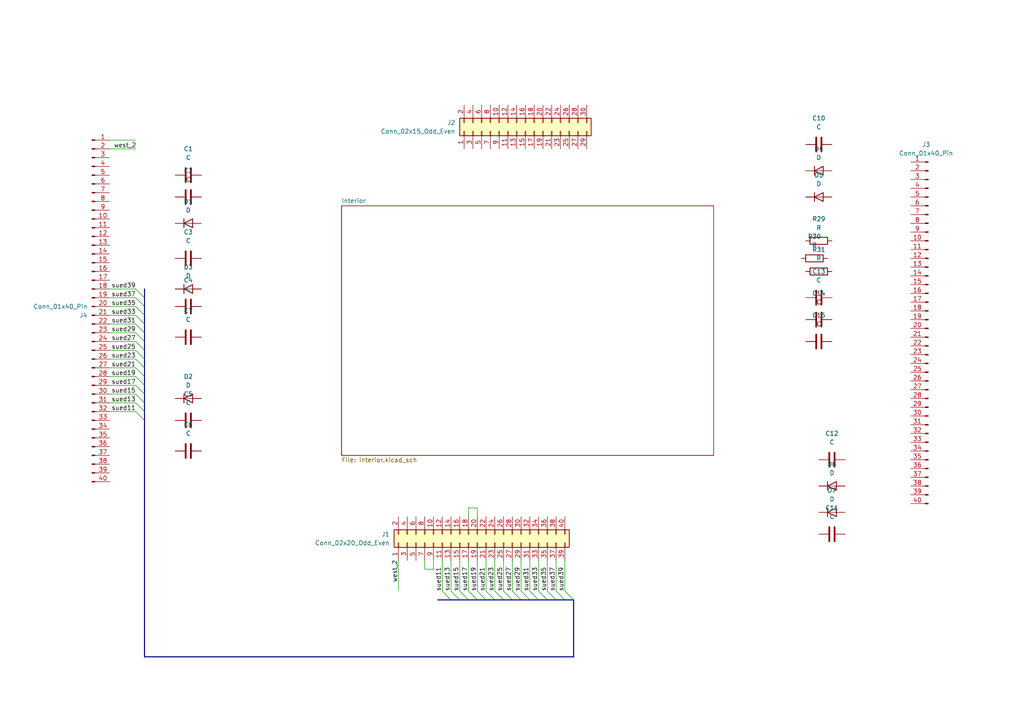
<source format=kicad_sch>
(kicad_sch (version 20230121) (generator eeschema)
  (paper "A4")
  (lib_symbols
    (symbol "Connector:Conn_01x40_Pin" (pin_names (offset 1.016) hide)
      (property "Reference" "J" (at 0 50.8 0))
      (property "Value" "Conn_01x40_Pin" (at 0 -53.34 0))
      (symbol "Conn_01x40_Pin_1_1"
        (polyline (pts (xy 1.27 -50.8) (xy 0.8636 -50.8)) (stroke (width 0.1524)))
        (polyline (pts (xy 1.27 -48.26) (xy 0.8636 -48.26)) (stroke (width 0.1524)))
        (polyline (pts (xy 1.27 -45.72) (xy 0.8636 -45.72)) (stroke (width 0.1524)))
        (polyline (pts (xy 1.27 -43.18) (xy 0.8636 -43.18)) (stroke (width 0.1524)))
        (polyline (pts (xy 1.27 -40.64) (xy 0.8636 -40.64)) (stroke (width 0.1524)))
        (polyline (pts (xy 1.27 -38.1) (xy 0.8636 -38.1)) (stroke (width 0.1524)))
        (polyline (pts (xy 1.27 -35.56) (xy 0.8636 -35.56)) (stroke (width 0.1524)))
        (polyline (pts (xy 1.27 -33.02) (xy 0.8636 -33.02)) (stroke (width 0.1524)))
        (polyline (pts (xy 1.27 -30.48) (xy 0.8636 -30.48)) (stroke (width 0.1524)))
        (polyline (pts (xy 1.27 -27.94) (xy 0.8636 -27.94)) (stroke (width 0.1524)))
        (polyline (pts (xy 1.27 -25.4) (xy 0.8636 -25.4)) (stroke (width 0.1524)))
        (polyline (pts (xy 1.27 -22.86) (xy 0.8636 -22.86)) (stroke (width 0.1524)))
        (polyline (pts (xy 1.27 -20.32) (xy 0.8636 -20.32)) (stroke (width 0.1524)))
        (polyline (pts (xy 1.27 -17.78) (xy 0.8636 -17.78)) (stroke (width 0.1524)))
        (polyline (pts (xy 1.27 -15.24) (xy 0.8636 -15.24)) (stroke (width 0.1524)))
        (polyline (pts (xy 1.27 -12.7) (xy 0.8636 -12.7)) (stroke (width 0.1524)))
        (polyline (pts (xy 1.27 -10.16) (xy 0.8636 -10.16)) (stroke (width 0.1524)))
        (polyline (pts (xy 1.27 -7.62) (xy 0.8636 -7.62)) (stroke (width 0.1524)))
        (polyline (pts (xy 1.27 -5.08) (xy 0.8636 -5.08)) (stroke (width 0.1524)))
        (polyline (pts (xy 1.27 -2.54) (xy 0.8636 -2.54)) (stroke (width 0.1524)))
        (polyline (pts (xy 1.27 0) (xy 0.8636 0)) (stroke (width 0.1524)))
        (polyline (pts (xy 1.27 2.54) (xy 0.8636 2.54)) (stroke (width 0.1524)))
        (polyline (pts (xy 1.27 5.08) (xy 0.8636 5.08)) (stroke (width 0.1524)))
        (polyline (pts (xy 1.27 7.62) (xy 0.8636 7.62)) (stroke (width 0.1524)))
        (polyline (pts (xy 1.27 10.16) (xy 0.8636 10.16)) (stroke (width 0.1524)))
        (polyline (pts (xy 1.27 12.7) (xy 0.8636 12.7)) (stroke (width 0.1524)))
        (polyline (pts (xy 1.27 15.24) (xy 0.8636 15.24)) (stroke (width 0.1524)))
        (polyline (pts (xy 1.27 17.78) (xy 0.8636 17.78)) (stroke (width 0.1524)))
        (polyline (pts (xy 1.27 20.32) (xy 0.8636 20.32)) (stroke (width 0.1524)))
        (polyline (pts (xy 1.27 22.86) (xy 0.8636 22.86)) (stroke (width 0.1524)))
        (polyline (pts (xy 1.27 25.4) (xy 0.8636 25.4)) (stroke (width 0.1524)))
        (polyline (pts (xy 1.27 27.94) (xy 0.8636 27.94)) (stroke (width 0.1524)))
        (polyline (pts (xy 1.27 30.48) (xy 0.8636 30.48)) (stroke (width 0.1524)))
        (polyline (pts (xy 1.27 33.02) (xy 0.8636 33.02)) (stroke (width 0.1524)))
        (polyline (pts (xy 1.27 35.56) (xy 0.8636 35.56)) (stroke (width 0.1524)))
        (polyline (pts (xy 1.27 38.1) (xy 0.8636 38.1)) (stroke (width 0.1524)))
        (polyline (pts (xy 1.27 40.64) (xy 0.8636 40.64)) (stroke (width 0.1524)))
        (polyline (pts (xy 1.27 43.18) (xy 0.8636 43.18)) (stroke (width 0.1524)))
        (polyline (pts (xy 1.27 45.72) (xy 0.8636 45.72)) (stroke (width 0.1524)))
        (polyline (pts (xy 1.27 48.26) (xy 0.8636 48.26)) (stroke (width 0.1524)))
        (rectangle (start 0.8636 -50.673) (end 0 -50.927) (stroke (width 0.1524)) (fill (type outline)))
        (rectangle (start 0.8636 -48.133) (end 0 -48.387) (stroke (width 0.1524)) (fill (type outline)))
        (rectangle (start 0.8636 -45.593) (end 0 -45.847) (stroke (width 0.1524)) (fill (type outline)))
        (rectangle (start 0.8636 -43.053) (end 0 -43.307) (stroke (width 0.1524)) (fill (type outline)))
        (rectangle (start 0.8636 -40.513) (end 0 -40.767) (stroke (width 0.1524)) (fill (type outline)))
        (rectangle (start 0.8636 -37.973) (end 0 -38.227) (stroke (width 0.1524)) (fill (type outline)))
        (rectangle (start 0.8636 -35.433) (end 0 -35.687) (stroke (width 0.1524)) (fill (type outline)))
        (rectangle (start 0.8636 -32.893) (end 0 -33.147) (stroke (width 0.1524)) (fill (type outline)))
        (rectangle (start 0.8636 -30.353) (end 0 -30.607) (stroke (width 0.1524)) (fill (type outline)))
        (rectangle (start 0.8636 -27.813) (end 0 -28.067) (stroke (width 0.1524)) (fill (type outline)))
        (rectangle (start 0.8636 -25.273) (end 0 -25.527) (stroke (width 0.1524)) (fill (type outline)))
        (rectangle (start 0.8636 -22.733) (end 0 -22.987) (stroke (width 0.1524)) (fill (type outline)))
        (rectangle (start 0.8636 -20.193) (end 0 -20.447) (stroke (width 0.1524)) (fill (type outline)))
        (rectangle (start 0.8636 -17.653) (end 0 -17.907) (stroke (width 0.1524)) (fill (type outline)))
        (rectangle (start 0.8636 -15.113) (end 0 -15.367) (stroke (width 0.1524)) (fill (type outline)))
        (rectangle (start 0.8636 -12.573) (end 0 -12.827) (stroke (width 0.1524)) (fill (type outline)))
        (rectangle (start 0.8636 -10.033) (end 0 -10.287) (stroke (width 0.1524)) (fill (type outline)))
        (rectangle (start 0.8636 -7.493) (end 0 -7.747) (stroke (width 0.1524)) (fill (type outline)))
        (rectangle (start 0.8636 -4.953) (end 0 -5.207) (stroke (width 0.1524)) (fill (type outline)))
        (rectangle (start 0.8636 -2.413) (end 0 -2.667) (stroke (width 0.1524)) (fill (type outline)))
        (rectangle (start 0.8636 0.127) (end 0 -0.127) (stroke (width 0.1524)) (fill (type outline)))
        (rectangle (start 0.8636 2.667) (end 0 2.413) (stroke (width 0.1524)) (fill (type outline)))
        (rectangle (start 0.8636 5.207) (end 0 4.953) (stroke (width 0.1524)) (fill (type outline)))
        (rectangle (start 0.8636 7.747) (end 0 7.493) (stroke (width 0.1524)) (fill (type outline)))
        (rectangle (start 0.8636 10.287) (end 0 10.033) (stroke (width 0.1524)) (fill (type outline)))
        (rectangle (start 0.8636 12.827) (end 0 12.573) (stroke (width 0.1524)) (fill (type outline)))
        (rectangle (start 0.8636 15.367) (end 0 15.113) (stroke (width 0.1524)) (fill (type outline)))
        (rectangle (start 0.8636 17.907) (end 0 17.653) (stroke (width 0.1524)) (fill (type outline)))
        (rectangle (start 0.8636 20.447) (end 0 20.193) (stroke (width 0.1524)) (fill (type outline)))
        (rectangle (start 0.8636 22.987) (end 0 22.733) (stroke (width 0.1524)) (fill (type outline)))
        (rectangle (start 0.8636 25.527) (end 0 25.273) (stroke (width 0.1524)) (fill (type outline)))
        (rectangle (start 0.8636 28.067) (end 0 27.813) (stroke (width 0.1524)) (fill (type outline)))
        (rectangle (start 0.8636 30.607) (end 0 30.353) (stroke (width 0.1524)) (fill (type outline)))
        (rectangle (start 0.8636 33.147) (end 0 32.893) (stroke (width 0.1524)) (fill (type outline)))
        (rectangle (start 0.8636 35.687) (end 0 35.433) (stroke (width 0.1524)) (fill (type outline)))
        (rectangle (start 0.8636 38.227) (end 0 37.973) (stroke (width 0.1524)) (fill (type outline)))
        (rectangle (start 0.8636 40.767) (end 0 40.513) (stroke (width 0.1524)) (fill (type outline)))
        (rectangle (start 0.8636 43.307) (end 0 43.053) (stroke (width 0.1524)) (fill (type outline)))
        (rectangle (start 0.8636 45.847) (end 0 45.593) (stroke (width 0.1524)) (fill (type outline)))
        (rectangle (start 0.8636 48.387) (end 0 48.133) (stroke (width 0.1524)) (fill (type outline)))
        (pin passive line (at 5.08 48.26 180) (length 3.81) (name "Pin_1") (number "1"))
        (pin passive line (at 5.08 25.4 180) (length 3.81) (name "Pin_10") (number "10"))
        (pin passive line (at 5.08 22.86 180) (length 3.81) (name "Pin_11") (number "11"))
        (pin passive line (at 5.08 20.32 180) (length 3.81) (name "Pin_12") (number "12"))
        (pin passive line (at 5.08 17.78 180) (length 3.81) (name "Pin_13") (number "13"))
        (pin passive line (at 5.08 15.24 180) (length 3.81) (name "Pin_14") (number "14"))
        (pin passive line (at 5.08 12.7 180) (length 3.81) (name "Pin_15") (number "15"))
        (pin passive line (at 5.08 10.16 180) (length 3.81) (name "Pin_16") (number "16"))
        (pin passive line (at 5.08 7.62 180) (length 3.81) (name "Pin_17") (number "17"))
        (pin passive line (at 5.08 5.08 180) (length 3.81) (name "Pin_18") (number "18"))
        (pin passive line (at 5.08 2.54 180) (length 3.81) (name "Pin_19") (number "19"))
        (pin passive line (at 5.08 45.72 180) (length 3.81) (name "Pin_2") (number "2"))
        (pin passive line (at 5.08 0 180) (length 3.81) (name "Pin_20") (number "20"))
        (pin passive line (at 5.08 -2.54 180) (length 3.81) (name "Pin_21") (number "21"))
        (pin passive line (at 5.08 -5.08 180) (length 3.81) (name "Pin_22") (number "22"))
        (pin passive line (at 5.08 -7.62 180) (length 3.81) (name "Pin_23") (number "23"))
        (pin passive line (at 5.08 -10.16 180) (length 3.81) (name "Pin_24") (number "24"))
        (pin passive line (at 5.08 -12.7 180) (length 3.81) (name "Pin_25") (number "25"))
        (pin passive line (at 5.08 -15.24 180) (length 3.81) (name "Pin_26") (number "26"))
        (pin passive line (at 5.08 -17.78 180) (length 3.81) (name "Pin_27") (number "27"))
        (pin passive line (at 5.08 -20.32 180) (length 3.81) (name "Pin_28") (number "28"))
        (pin passive line (at 5.08 -22.86 180) (length 3.81) (name "Pin_29") (number "29"))
        (pin passive line (at 5.08 43.18 180) (length 3.81) (name "Pin_3") (number "3"))
        (pin passive line (at 5.08 -25.4 180) (length 3.81) (name "Pin_30") (number "30"))
        (pin passive line (at 5.08 -27.94 180) (length 3.81) (name "Pin_31") (number "31"))
        (pin passive line (at 5.08 -30.48 180) (length 3.81) (name "Pin_32") (number "32"))
        (pin passive line (at 5.08 -33.02 180) (length 3.81) (name "Pin_33") (number "33"))
        (pin passive line (at 5.08 -35.56 180) (length 3.81) (name "Pin_34") (number "34"))
        (pin passive line (at 5.08 -38.1 180) (length 3.81) (name "Pin_35") (number "35"))
        (pin passive line (at 5.08 -40.64 180) (length 3.81) (name "Pin_36") (number "36"))
        (pin passive line (at 5.08 -43.18 180) (length 3.81) (name "Pin_37") (number "37"))
        (pin passive line (at 5.08 -45.72 180) (length 3.81) (name "Pin_38") (number "38"))
        (pin passive line (at 5.08 -48.26 180) (length 3.81) (name "Pin_39") (number "39"))
        (pin passive line (at 5.08 40.64 180) (length 3.81) (name "Pin_4") (number "4"))
        (pin passive line (at 5.08 -50.8 180) (length 3.81) (name "Pin_40") (number "40"))
        (pin passive line (at 5.08 38.1 180) (length 3.81) (name "Pin_5") (number "5"))
        (pin passive line (at 5.08 35.56 180) (length 3.81) (name "Pin_6") (number "6"))
        (pin passive line (at 5.08 33.02 180) (length 3.81) (name "Pin_7") (number "7"))
        (pin passive line (at 5.08 30.48 180) (length 3.81) (name "Pin_8") (number "8"))
        (pin passive line (at 5.08 27.94 180) (length 3.81) (name "Pin_9") (number "9"))
      )
    )
    (symbol "Connector_Generic:Conn_02x15_Odd_Even" (pin_names (offset 1.016) hide)
      (property "Reference" "J" (at 1.27 20.32 0))
      (property "Value" "Conn_02x15_Odd_Even" (at 1.27 -20.32 0))
      (symbol "Conn_02x15_Odd_Even_1_1"
        (rectangle (start -1.27 -17.653) (end 0 -17.907) (stroke (width 0.1524)))
        (rectangle (start -1.27 -15.113) (end 0 -15.367) (stroke (width 0.1524)))
        (rectangle (start -1.27 -12.573) (end 0 -12.827) (stroke (width 0.1524)))
        (rectangle (start -1.27 -10.033) (end 0 -10.287) (stroke (width 0.1524)))
        (rectangle (start -1.27 -7.493) (end 0 -7.747) (stroke (width 0.1524)))
        (rectangle (start -1.27 -4.953) (end 0 -5.207) (stroke (width 0.1524)))
        (rectangle (start -1.27 -2.413) (end 0 -2.667) (stroke (width 0.1524)))
        (rectangle (start -1.27 0.127) (end 0 -0.127) (stroke (width 0.1524)))
        (rectangle (start -1.27 2.667) (end 0 2.413) (stroke (width 0.1524)))
        (rectangle (start -1.27 5.207) (end 0 4.953) (stroke (width 0.1524)))
        (rectangle (start -1.27 7.747) (end 0 7.493) (stroke (width 0.1524)))
        (rectangle (start -1.27 10.287) (end 0 10.033) (stroke (width 0.1524)))
        (rectangle (start -1.27 12.827) (end 0 12.573) (stroke (width 0.1524)))
        (rectangle (start -1.27 15.367) (end 0 15.113) (stroke (width 0.1524)))
        (rectangle (start -1.27 17.907) (end 0 17.653) (stroke (width 0.1524)))
        (rectangle (start -1.27 19.05) (end 3.81 -19.05) (stroke (width 0.254)) (fill (type background)))
        (rectangle (start 3.81 -17.653) (end 2.54 -17.907) (stroke (width 0.1524)))
        (rectangle (start 3.81 -15.113) (end 2.54 -15.367) (stroke (width 0.1524)))
        (rectangle (start 3.81 -12.573) (end 2.54 -12.827) (stroke (width 0.1524)))
        (rectangle (start 3.81 -10.033) (end 2.54 -10.287) (stroke (width 0.1524)))
        (rectangle (start 3.81 -7.493) (end 2.54 -7.747) (stroke (width 0.1524)))
        (rectangle (start 3.81 -4.953) (end 2.54 -5.207) (stroke (width 0.1524)))
        (rectangle (start 3.81 -2.413) (end 2.54 -2.667) (stroke (width 0.1524)))
        (rectangle (start 3.81 0.127) (end 2.54 -0.127) (stroke (width 0.1524)))
        (rectangle (start 3.81 2.667) (end 2.54 2.413) (stroke (width 0.1524)))
        (rectangle (start 3.81 5.207) (end 2.54 4.953) (stroke (width 0.1524)))
        (rectangle (start 3.81 7.747) (end 2.54 7.493) (stroke (width 0.1524)))
        (rectangle (start 3.81 10.287) (end 2.54 10.033) (stroke (width 0.1524)))
        (rectangle (start 3.81 12.827) (end 2.54 12.573) (stroke (width 0.1524)))
        (rectangle (start 3.81 15.367) (end 2.54 15.113) (stroke (width 0.1524)))
        (rectangle (start 3.81 17.907) (end 2.54 17.653) (stroke (width 0.1524)))
        (pin passive line (at -5.08 17.78 0) (length 3.81) (name "Pin_1") (number "1"))
        (pin passive line (at 7.62 7.62 180) (length 3.81) (name "Pin_10") (number "10"))
        (pin passive line (at -5.08 5.08 0) (length 3.81) (name "Pin_11") (number "11"))
        (pin passive line (at 7.62 5.08 180) (length 3.81) (name "Pin_12") (number "12"))
        (pin passive line (at -5.08 2.54 0) (length 3.81) (name "Pin_13") (number "13"))
        (pin passive line (at 7.62 2.54 180) (length 3.81) (name "Pin_14") (number "14"))
        (pin passive line (at -5.08 0 0) (length 3.81) (name "Pin_15") (number "15"))
        (pin passive line (at 7.62 0 180) (length 3.81) (name "Pin_16") (number "16"))
        (pin passive line (at -5.08 -2.54 0) (length 3.81) (name "Pin_17") (number "17"))
        (pin passive line (at 7.62 -2.54 180) (length 3.81) (name "Pin_18") (number "18"))
        (pin passive line (at -5.08 -5.08 0) (length 3.81) (name "Pin_19") (number "19"))
        (pin passive line (at 7.62 17.78 180) (length 3.81) (name "Pin_2") (number "2"))
        (pin passive line (at 7.62 -5.08 180) (length 3.81) (name "Pin_20") (number "20"))
        (pin passive line (at -5.08 -7.62 0) (length 3.81) (name "Pin_21") (number "21"))
        (pin passive line (at 7.62 -7.62 180) (length 3.81) (name "Pin_22") (number "22"))
        (pin passive line (at -5.08 -10.16 0) (length 3.81) (name "Pin_23") (number "23"))
        (pin passive line (at 7.62 -10.16 180) (length 3.81) (name "Pin_24") (number "24"))
        (pin passive line (at -5.08 -12.7 0) (length 3.81) (name "Pin_25") (number "25"))
        (pin passive line (at 7.62 -12.7 180) (length 3.81) (name "Pin_26") (number "26"))
        (pin passive line (at -5.08 -15.24 0) (length 3.81) (name "Pin_27") (number "27"))
        (pin passive line (at 7.62 -15.24 180) (length 3.81) (name "Pin_28") (number "28"))
        (pin passive line (at -5.08 -17.78 0) (length 3.81) (name "Pin_29") (number "29"))
        (pin passive line (at -5.08 15.24 0) (length 3.81) (name "Pin_3") (number "3"))
        (pin passive line (at 7.62 -17.78 180) (length 3.81) (name "Pin_30") (number "30"))
        (pin passive line (at 7.62 15.24 180) (length 3.81) (name "Pin_4") (number "4"))
        (pin passive line (at -5.08 12.7 0) (length 3.81) (name "Pin_5") (number "5"))
        (pin passive line (at 7.62 12.7 180) (length 3.81) (name "Pin_6") (number "6"))
        (pin passive line (at -5.08 10.16 0) (length 3.81) (name "Pin_7") (number "7"))
        (pin passive line (at 7.62 10.16 180) (length 3.81) (name "Pin_8") (number "8"))
        (pin passive line (at -5.08 7.62 0) (length 3.81) (name "Pin_9") (number "9"))
      )
    )
    (symbol "Connector_Generic:Conn_02x20_Odd_Even" (pin_names (offset 1.016) hide)
      (property "Reference" "J" (at 1.27 25.4 0))
      (property "Value" "Conn_02x20_Odd_Even" (at 1.27 -27.94 0))
      (symbol "Conn_02x20_Odd_Even_1_1"
        (rectangle (start -1.27 -25.273) (end 0 -25.527) (stroke (width 0.1524)))
        (rectangle (start -1.27 -22.733) (end 0 -22.987) (stroke (width 0.1524)))
        (rectangle (start -1.27 -20.193) (end 0 -20.447) (stroke (width 0.1524)))
        (rectangle (start -1.27 -17.653) (end 0 -17.907) (stroke (width 0.1524)))
        (rectangle (start -1.27 -15.113) (end 0 -15.367) (stroke (width 0.1524)))
        (rectangle (start -1.27 -12.573) (end 0 -12.827) (stroke (width 0.1524)))
        (rectangle (start -1.27 -10.033) (end 0 -10.287) (stroke (width 0.1524)))
        (rectangle (start -1.27 -7.493) (end 0 -7.747) (stroke (width 0.1524)))
        (rectangle (start -1.27 -4.953) (end 0 -5.207) (stroke (width 0.1524)))
        (rectangle (start -1.27 -2.413) (end 0 -2.667) (stroke (width 0.1524)))
        (rectangle (start -1.27 0.127) (end 0 -0.127) (stroke (width 0.1524)))
        (rectangle (start -1.27 2.667) (end 0 2.413) (stroke (width 0.1524)))
        (rectangle (start -1.27 5.207) (end 0 4.953) (stroke (width 0.1524)))
        (rectangle (start -1.27 7.747) (end 0 7.493) (stroke (width 0.1524)))
        (rectangle (start -1.27 10.287) (end 0 10.033) (stroke (width 0.1524)))
        (rectangle (start -1.27 12.827) (end 0 12.573) (stroke (width 0.1524)))
        (rectangle (start -1.27 15.367) (end 0 15.113) (stroke (width 0.1524)))
        (rectangle (start -1.27 17.907) (end 0 17.653) (stroke (width 0.1524)))
        (rectangle (start -1.27 20.447) (end 0 20.193) (stroke (width 0.1524)))
        (rectangle (start -1.27 22.987) (end 0 22.733) (stroke (width 0.1524)))
        (rectangle (start -1.27 24.13) (end 3.81 -26.67) (stroke (width 0.254)) (fill (type background)))
        (rectangle (start 3.81 -25.273) (end 2.54 -25.527) (stroke (width 0.1524)))
        (rectangle (start 3.81 -22.733) (end 2.54 -22.987) (stroke (width 0.1524)))
        (rectangle (start 3.81 -20.193) (end 2.54 -20.447) (stroke (width 0.1524)))
        (rectangle (start 3.81 -17.653) (end 2.54 -17.907) (stroke (width 0.1524)))
        (rectangle (start 3.81 -15.113) (end 2.54 -15.367) (stroke (width 0.1524)))
        (rectangle (start 3.81 -12.573) (end 2.54 -12.827) (stroke (width 0.1524)))
        (rectangle (start 3.81 -10.033) (end 2.54 -10.287) (stroke (width 0.1524)))
        (rectangle (start 3.81 -7.493) (end 2.54 -7.747) (stroke (width 0.1524)))
        (rectangle (start 3.81 -4.953) (end 2.54 -5.207) (stroke (width 0.1524)))
        (rectangle (start 3.81 -2.413) (end 2.54 -2.667) (stroke (width 0.1524)))
        (rectangle (start 3.81 0.127) (end 2.54 -0.127) (stroke (width 0.1524)))
        (rectangle (start 3.81 2.667) (end 2.54 2.413) (stroke (width 0.1524)))
        (rectangle (start 3.81 5.207) (end 2.54 4.953) (stroke (width 0.1524)))
        (rectangle (start 3.81 7.747) (end 2.54 7.493) (stroke (width 0.1524)))
        (rectangle (start 3.81 10.287) (end 2.54 10.033) (stroke (width 0.1524)))
        (rectangle (start 3.81 12.827) (end 2.54 12.573) (stroke (width 0.1524)))
        (rectangle (start 3.81 15.367) (end 2.54 15.113) (stroke (width 0.1524)))
        (rectangle (start 3.81 17.907) (end 2.54 17.653) (stroke (width 0.1524)))
        (rectangle (start 3.81 20.447) (end 2.54 20.193) (stroke (width 0.1524)))
        (rectangle (start 3.81 22.987) (end 2.54 22.733) (stroke (width 0.1524)))
        (pin passive line (at -5.08 22.86 0) (length 3.81) (name "Pin_1") (number "1"))
        (pin passive line (at 7.62 12.7 180) (length 3.81) (name "Pin_10") (number "10"))
        (pin passive line (at -5.08 10.16 0) (length 3.81) (name "Pin_11") (number "11"))
        (pin passive line (at 7.62 10.16 180) (length 3.81) (name "Pin_12") (number "12"))
        (pin passive line (at -5.08 7.62 0) (length 3.81) (name "Pin_13") (number "13"))
        (pin passive line (at 7.62 7.62 180) (length 3.81) (name "Pin_14") (number "14"))
        (pin passive line (at -5.08 5.08 0) (length 3.81) (name "Pin_15") (number "15"))
        (pin passive line (at 7.62 5.08 180) (length 3.81) (name "Pin_16") (number "16"))
        (pin passive line (at -5.08 2.54 0) (length 3.81) (name "Pin_17") (number "17"))
        (pin passive line (at 7.62 2.54 180) (length 3.81) (name "Pin_18") (number "18"))
        (pin passive line (at -5.08 0 0) (length 3.81) (name "Pin_19") (number "19"))
        (pin passive line (at 7.62 22.86 180) (length 3.81) (name "Pin_2") (number "2"))
        (pin passive line (at 7.62 0 180) (length 3.81) (name "Pin_20") (number "20"))
        (pin passive line (at -5.08 -2.54 0) (length 3.81) (name "Pin_21") (number "21"))
        (pin passive line (at 7.62 -2.54 180) (length 3.81) (name "Pin_22") (number "22"))
        (pin passive line (at -5.08 -5.08 0) (length 3.81) (name "Pin_23") (number "23"))
        (pin passive line (at 7.62 -5.08 180) (length 3.81) (name "Pin_24") (number "24"))
        (pin passive line (at -5.08 -7.62 0) (length 3.81) (name "Pin_25") (number "25"))
        (pin passive line (at 7.62 -7.62 180) (length 3.81) (name "Pin_26") (number "26"))
        (pin passive line (at -5.08 -10.16 0) (length 3.81) (name "Pin_27") (number "27"))
        (pin passive line (at 7.62 -10.16 180) (length 3.81) (name "Pin_28") (number "28"))
        (pin passive line (at -5.08 -12.7 0) (length 3.81) (name "Pin_29") (number "29"))
        (pin passive line (at -5.08 20.32 0) (length 3.81) (name "Pin_3") (number "3"))
        (pin passive line (at 7.62 -12.7 180) (length 3.81) (name "Pin_30") (number "30"))
        (pin passive line (at -5.08 -15.24 0) (length 3.81) (name "Pin_31") (number "31"))
        (pin passive line (at 7.62 -15.24 180) (length 3.81) (name "Pin_32") (number "32"))
        (pin passive line (at -5.08 -17.78 0) (length 3.81) (name "Pin_33") (number "33"))
        (pin passive line (at 7.62 -17.78 180) (length 3.81) (name "Pin_34") (number "34"))
        (pin passive line (at -5.08 -20.32 0) (length 3.81) (name "Pin_35") (number "35"))
        (pin passive line (at 7.62 -20.32 180) (length 3.81) (name "Pin_36") (number "36"))
        (pin passive line (at -5.08 -22.86 0) (length 3.81) (name "Pin_37") (number "37"))
        (pin passive line (at 7.62 -22.86 180) (length 3.81) (name "Pin_38") (number "38"))
        (pin passive line (at -5.08 -25.4 0) (length 3.81) (name "Pin_39") (number "39"))
        (pin passive line (at 7.62 20.32 180) (length 3.81) (name "Pin_4") (number "4"))
        (pin passive line (at 7.62 -25.4 180) (length 3.81) (name "Pin_40") (number "40"))
        (pin passive line (at -5.08 17.78 0) (length 3.81) (name "Pin_5") (number "5"))
        (pin passive line (at 7.62 17.78 180) (length 3.81) (name "Pin_6") (number "6"))
        (pin passive line (at -5.08 15.24 0) (length 3.81) (name "Pin_7") (number "7"))
        (pin passive line (at 7.62 15.24 180) (length 3.81) (name "Pin_8") (number "8"))
        (pin passive line (at -5.08 12.7 0) (length 3.81) (name "Pin_9") (number "9"))
      )
    )
    (symbol "Device:C" (pin_numbers hide) (pin_names (offset 0.254))
      (property "Reference" "C" (at 0.635 2.54 0))
      (property "Value" "C" (at 0.635 -2.54 0))
      (symbol "C_0_1"
        (polyline (pts (xy -2.032 -0.762) (xy 2.032 -0.762)) (stroke (width 0.508)))
        (polyline (pts (xy -2.032 0.762) (xy 2.032 0.762)) (stroke (width 0.508)))
      )
      (symbol "C_1_1"
        (pin passive line (at 0 3.81 270) (length 2.794) (name "~") (number "1"))
        (pin passive line (at 0 -3.81 90) (length 2.794) (name "~") (number "2"))
      )
    )
    (symbol "Device:D" (pin_numbers hide) (pin_names (offset 1.016) hide)
      (property "Reference" "D" (at 0 2.54 0))
      (property "Value" "D" (at 0 -2.54 0))
      (symbol "D_0_1"
        (polyline (pts (xy -1.27 1.27) (xy -1.27 -1.27)) (stroke (width 0.254)))
        (polyline (pts (xy 1.27 0) (xy -1.27 0)))
        (polyline (pts (xy 1.27 1.27) (xy 1.27 -1.27) (xy -1.27 0) (xy 1.27 1.27)) (stroke (width 0.254)))
      )
      (symbol "D_1_1"
        (pin passive line (at -3.81 0 0) (length 2.54) (name "K") (number "1"))
        (pin passive line (at 3.81 0 180) (length 2.54) (name "A") (number "2"))
      )
    )
    (symbol "Device:R" (pin_numbers hide) (pin_names (offset 0))
      (property "Reference" "R" (at 2.032 0 90))
      (property "Value" "R" (at 0 0 90))
      (symbol "R_0_1"
        (rectangle (start -1.016 -2.54) (end 1.016 2.54) (stroke (width 0.254)))
      )
      (symbol "R_1_1"
        (pin passive line (at 0 3.81 270) (length 1.27) (name "~") (number "1"))
        (pin passive line (at 0 -3.81 90) (length 1.27) (name "~") (number "2"))
      )
    )
  )
  (bus_entry (at 133.35 171.45) (size 2.54 2.54))
  (bus_entry (at 128.27 171.45) (size 2.54 2.54))
  (bus_entry (at 39.37 106.68) (size 2.54 2.54))
  (bus_entry (at 39.37 86.36) (size 2.54 2.54))
  (bus_entry (at 158.75 171.45) (size 2.54 2.54))
  (bus_entry (at 138.43 171.45) (size 2.54 2.54))
  (bus_entry (at 39.37 99.06) (size 2.54 2.54))
  (bus_entry (at 39.37 83.82) (size 2.54 2.54))
  (bus_entry (at 39.37 91.44) (size 2.54 2.54))
  (bus_entry (at 140.97 171.45) (size 2.54 2.54))
  (bus_entry (at 39.37 109.22) (size 2.54 2.54))
  (bus_entry (at 39.37 119.38) (size 2.54 2.54))
  (bus_entry (at 151.13 171.45) (size 2.54 2.54))
  (bus_entry (at 39.37 111.76) (size 2.54 2.54))
  (bus_entry (at 135.89 171.45) (size 2.54 2.54))
  (bus_entry (at 39.37 88.9) (size 2.54 2.54))
  (bus_entry (at 39.37 116.84) (size 2.54 2.54))
  (bus_entry (at 39.37 96.52) (size 2.54 2.54))
  (bus_entry (at 143.51 171.45) (size 2.54 2.54))
  (bus_entry (at 130.81 171.45) (size 2.54 2.54))
  (bus_entry (at 39.37 104.14) (size 2.54 2.54))
  (bus_entry (at 148.59 171.45) (size 2.54 2.54))
  (bus_entry (at 161.29 171.45) (size 2.54 2.54))
  (bus_entry (at 153.67 171.45) (size 2.54 2.54))
  (bus_entry (at 163.83 171.45) (size 2.54 2.54))
  (bus_entry (at 146.05 171.45) (size 2.54 2.54))
  (bus_entry (at 39.37 114.3) (size 2.54 2.54))
  (bus_entry (at 39.37 93.98) (size 2.54 2.54))
  (bus_entry (at 156.21 171.45) (size 2.54 2.54))
  (bus_entry (at 39.37 101.6) (size 2.54 2.54))
  (wire (pts (xy 31.75 99.06) (xy 39.37 99.06)))
  (wire (pts (xy 31.75 111.76) (xy 39.37 111.76)))
  (wire (pts (xy 31.75 93.98) (xy 39.37 93.98)))
  (wire (pts (xy 31.75 91.44) (xy 39.37 91.44)))
  (bus (pts (xy 158.75 173.99) (xy 161.29 173.99)))
  (bus (pts (xy 41.91 106.68) (xy 41.91 109.22)))
  (bus (pts (xy 135.89 173.99) (xy 138.43 173.99)))
  (wire (pts (xy 156.21 162.56) (xy 156.21 171.45)))
  (wire (pts (xy 146.05 162.56) (xy 146.05 171.45)))
  (bus (pts (xy 41.91 114.3) (xy 41.91 116.84)))
  (wire (pts (xy 138.43 147.32) (xy 138.43 149.86)))
  (bus (pts (xy 143.51 173.99) (xy 146.05 173.99)))
  (wire (pts (xy 158.75 162.56) (xy 158.75 171.45)))
  (wire (pts (xy 31.75 106.68) (xy 39.37 106.68)))
  (wire (pts (xy 135.89 149.86) (xy 135.89 147.32)))
  (wire (pts (xy 135.89 147.32) (xy 138.43 147.32)))
  (wire (pts (xy 31.75 114.3) (xy 39.37 114.3)))
  (wire (pts (xy 133.35 162.56) (xy 133.35 171.45)))
  (bus (pts (xy 138.43 173.99) (xy 140.97 173.99)))
  (wire (pts (xy 163.83 162.56) (xy 163.83 171.45)))
  (wire (pts (xy 148.59 162.56) (xy 148.59 171.45)))
  (bus (pts (xy 41.91 111.76) (xy 41.91 114.3)))
  (bus (pts (xy 161.29 173.99) (xy 163.83 173.99)))
  (bus (pts (xy 41.91 99.06) (xy 41.91 101.6)))
  (bus (pts (xy 41.91 104.14) (xy 41.91 106.68)))
  (wire (pts (xy 151.13 162.56) (xy 151.13 171.45)))
  (wire (pts (xy 31.75 104.14) (xy 39.37 104.14)))
  (bus (pts (xy 140.97 173.99) (xy 143.51 173.99)))
  (bus (pts (xy 163.83 173.99) (xy 166.37 173.99)))
  (bus (pts (xy 151.13 173.99) (xy 153.67 173.99)))
  (wire (pts (xy 31.75 40.64) (xy 39.37 40.64)))
  (bus (pts (xy 41.91 109.22) (xy 41.91 111.76)))
  (wire (pts (xy 31.75 96.52) (xy 39.37 96.52)))
  (wire (pts (xy 31.75 109.22) (xy 39.37 109.22)))
  (wire (pts (xy 161.29 162.56) (xy 161.29 171.45)))
  (bus (pts (xy 41.91 101.6) (xy 41.91 104.14)))
  (wire (pts (xy 135.89 171.45) (xy 135.89 162.56)))
  (bus (pts (xy 41.91 83.82) (xy 41.91 86.36)))
  (wire (pts (xy 31.75 101.6) (xy 39.37 101.6)))
  (wire (pts (xy 153.67 162.56) (xy 153.67 171.45)))
  (wire (pts (xy 31.75 116.84) (xy 39.37 116.84)))
  (bus (pts (xy 41.91 121.92) (xy 41.91 190.5)))
  (wire (pts (xy 31.75 119.38) (xy 39.37 119.38)))
  (wire (pts (xy 140.97 162.56) (xy 140.97 171.45)))
  (bus (pts (xy 41.91 86.36) (xy 41.91 88.9)))
  (wire (pts (xy 143.51 162.56) (xy 143.51 171.45)))
  (bus (pts (xy 153.67 173.99) (xy 156.21 173.99)))
  (bus (pts (xy 41.91 119.38) (xy 41.91 121.92)))
  (wire (pts (xy 115.57 162.56) (xy 115.57 171.45)))
  (bus (pts (xy 148.59 173.99) (xy 151.13 173.99)))
  (wire (pts (xy 31.75 83.82) (xy 39.37 83.82)))
  (wire (pts (xy 138.43 162.56) (xy 138.43 171.45)))
  (wire (pts (xy 130.81 162.56) (xy 130.81 171.45)))
  (bus (pts (xy 41.91 96.52) (xy 41.91 99.06)))
  (wire (pts (xy 123.19 162.56) (xy 123.19 165.1)))
  (wire (pts (xy 128.27 171.45) (xy 128.27 162.56)))
  (bus (pts (xy 41.91 88.9) (xy 41.91 91.44)))
  (bus (pts (xy 133.35 173.99) (xy 135.89 173.99)))
  (wire (pts (xy 31.75 86.36) (xy 39.37 86.36)))
  (bus (pts (xy 156.21 173.99) (xy 158.75 173.99)))
  (wire (pts (xy 125.73 165.1) (xy 125.73 162.56)))
  (bus (pts (xy 130.81 173.99) (xy 133.35 173.99)))
  (wire (pts (xy 31.75 88.9) (xy 39.37 88.9)))
  (bus (pts (xy 41.91 91.44) (xy 41.91 93.98)))
  (bus (pts (xy 127 173.99) (xy 130.81 173.99)))
  (bus (pts (xy 146.05 173.99) (xy 148.59 173.99)))
  (bus (pts (xy 166.37 190.5) (xy 166.37 173.99)))
  (bus (pts (xy 41.91 190.5) (xy 166.37 190.5)))
  (bus (pts (xy 41.91 93.98) (xy 41.91 96.52)))
  (wire (pts (xy 31.75 43.18) (xy 39.37 43.18)))
  (wire (pts (xy 123.19 165.1) (xy 125.73 165.1)))
  (bus (pts (xy 41.91 116.84) (xy 41.91 119.38)))
  (label "sued23" (at 39.37 104.14 180))
  (label "sued27" (at 39.37 99.06 180))
  (label "sued11" (at 128.27 171.45 90))
  (label "sued35" (at 39.37 88.9 180))
  (label "sued33" (at 156.21 171.45 90))
  (label "sued35" (at 158.75 171.45 90))
  (label "sued17" (at 39.37 111.76 180))
  (label "sued17" (at 135.89 171.45 90))
  (label "sued21" (at 140.97 171.45 90))
  (label "sued31" (at 153.67 171.45 90))
  (label "sued21" (at 39.37 106.68 180))
  (label "sued15" (at 39.37 114.3 180))
  (label "sued19" (at 39.37 109.22 180))
  (label "sued39" (at 39.37 83.82 180))
  (label "sued25" (at 39.37 101.6 180))
  (label "west_2" (at 115.57 168.91 90))
  (label "sued27" (at 148.59 171.45 90))
  (label "sued37" (at 39.37 86.36 180))
  (label "sued25" (at 146.05 171.45 90))
  (label "sued11" (at 39.37 119.38 180))
  (label "sued15" (at 133.35 171.45 90))
  (label "sued19" (at 138.43 171.45 90))
  (label "sued23" (at 143.51 171.45 90))
  (label "sued37" (at 161.29 171.45 90))
  (label "sued31" (at 39.37 93.98 180))
  (label "west_2" (at 33.02 43.18 0))
  (label "sued13" (at 39.37 116.84 180))
  (label "sued29" (at 39.37 96.52 180))
  (label "sued13" (at 130.81 171.45 90))
  (label "sued33" (at 39.37 91.44 180))
  (label "sued29" (at 151.13 171.45 90))
  (label "sued39" (at 163.83 171.45 90))
  (symbol (lib_id "Device:D") (at 241.3 140.97 0) (unit 1)
    (property "Reference" "D6" (at 241.3 134.62 0))
    (property "Value" "D" (at 241.3 137.16 0))
    (property "Sim.Device" "D" (effects hide))
    (property "Sim.Pins" "1=K 2=A" (effects hide))
  )
  (symbol (lib_id "Device:R") (at 236.22 74.93 90) (unit 1)
    (property "Reference" "R30" (at 236.22 68.58 90))
    (property "Value" "R" (at 236.22 71.12 90))
  )
  (symbol (lib_id "Connector_Generic:Conn_02x15_Odd_Even") (at 152.4 38.1 90) (unit 1)
    (property "Reference" "J2" (at 132.08 35.56 90) (effects (justify left)))
    (property "Value" "Conn_02x15_Odd_Even" (at 132.08 38.1 90) (effects (justify left)))
  )
  (symbol (lib_id "Device:C") (at 54.61 50.8 270) (mirror x) (unit 1)
    (property "Reference" "C1" (at 54.61 43.18 90))
    (property "Value" "C" (at 54.61 45.72 90))
  )
  (symbol (lib_id "Device:D") (at 54.61 64.77 0) (unit 1)
    (property "Reference" "D1" (at 54.61 58.42 0))
    (property "Value" "D" (at 54.61 60.96 0))
    (property "Sim.Device" "D" (effects hide))
    (property "Sim.Pins" "1=K 2=A" (effects hide))
  )
  (symbol (lib_id "Device:R") (at 237.49 78.74 90) (unit 1)
    (property "Reference" "R31" (at 237.49 72.39 90))
    (property "Value" "R" (at 237.49 74.93 90))
  )
  (symbol (lib_id "Device:C") (at 237.49 92.71 90) (unit 1)
    (property "Reference" "C14" (at 237.49 85.09 90))
    (property "Value" "C" (at 237.49 87.63 90))
  )
  (symbol (lib_id "Device:C") (at 241.3 133.35 90) (unit 1)
    (property "Reference" "C12" (at 241.3 125.73 90))
    (property "Value" "C" (at 241.3 128.27 90))
  )
  (symbol (lib_id "Device:C") (at 54.61 130.81 270) (mirror x) (unit 1)
    (property "Reference" "C6" (at 54.61 123.19 90))
    (property "Value" "C" (at 54.61 125.73 90))
  )
  (symbol (lib_id "Device:C") (at 54.61 88.9 270) (mirror x) (unit 1)
    (property "Reference" "C4" (at 54.61 81.28 90))
    (property "Value" "C" (at 54.61 83.82 90))
  )
  (symbol (lib_id "Device:D") (at 54.61 115.57 0) (unit 1)
    (property "Reference" "D2" (at 54.61 109.22 0))
    (property "Value" "D" (at 54.61 111.76 0))
    (property "Sim.Device" "D" (effects hide))
    (property "Sim.Pins" "1=K 2=A" (effects hide))
  )
  (symbol (lib_id "Device:D") (at 237.49 49.53 0) (unit 1)
    (property "Reference" "D4" (at 237.49 43.18 0))
    (property "Value" "D" (at 237.49 45.72 0))
    (property "Sim.Device" "D" (effects hide))
    (property "Sim.Pins" "1=K 2=A" (effects hide))
  )
  (symbol (lib_id "Device:C") (at 237.49 41.91 90) (unit 1)
    (property "Reference" "C10" (at 237.49 34.29 90))
    (property "Value" "C" (at 237.49 36.83 90))
  )
  (symbol (lib_id "Connector:Conn_01x40_Pin") (at 26.67 88.9 0) (unit 1)
    (property "Reference" "J4" (at 25.4 91.44 0) (effects (justify right)))
    (property "Value" "Conn_01x40_Pin" (at 25.4 88.9 0) (effects (justify right)))
    (property "Footprint" "Connector_PinHeader_1.00mm:PinHeader_1x40_P1.00mm_Vertical_SMD_Pin1Left" (effects hide))
  )
  (symbol (lib_id "Device:C") (at 241.3 154.94 90) (unit 1)
    (property "Reference" "C11" (at 241.3 147.32 90))
    (property "Value" "C" (at 241.3 149.86 90))
  )
  (symbol (lib_id "Connector:Conn_01x40_Pin") (at 269.24 95.25 0) (mirror y) (unit 1)
    (property "Reference" "J3" (at 268.605 41.91 0))
    (property "Value" "Conn_01x40_Pin" (at 268.605 44.45 0))
    (property "Footprint" "Connector_PinHeader_1.00mm:PinHeader_1x40_P1.00mm_Vertical_SMD_Pin1Left" (effects hide))
  )
  (symbol (lib_id "Device:C") (at 54.61 74.93 270) (mirror x) (unit 1)
    (property "Reference" "C3" (at 54.61 67.31 90))
    (property "Value" "C" (at 54.61 69.85 90))
  )
  (symbol (lib_id "Device:D") (at 237.49 57.15 0) (unit 1)
    (property "Reference" "D5" (at 237.49 50.8 0))
    (property "Value" "D" (at 237.49 53.34 0))
    (property "Sim.Device" "D" (effects hide))
    (property "Sim.Pins" "1=K 2=A" (effects hide))
  )
  (symbol (lib_id "Device:C") (at 237.49 99.06 90) (unit 1)
    (property "Reference" "C15" (at 237.49 91.44 90))
    (property "Value" "C" (at 237.49 93.98 90))
  )
  (symbol (lib_id "Device:C") (at 237.49 86.36 90) (unit 1)
    (property "Reference" "C13" (at 237.49 78.74 90))
    (property "Value" "C" (at 237.49 81.28 90))
  )
  (symbol (lib_id "Device:C") (at 54.61 97.79 270) (mirror x) (unit 1)
    (property "Reference" "C7" (at 54.61 90.17 90))
    (property "Value" "C" (at 54.61 92.71 90))
  )
  (symbol (lib_id "Device:C") (at 54.61 57.15 270) (mirror x) (unit 1)
    (property "Reference" "C2" (at 54.61 49.53 90))
    (property "Value" "C" (at 54.61 52.07 90))
  )
  (symbol (lib_id "Device:D") (at 241.3 148.59 0) (unit 1)
    (property "Reference" "D7" (at 241.3 142.24 0))
    (property "Value" "D" (at 241.3 144.78 0))
    (property "Sim.Device" "D" (effects hide))
    (property "Sim.Pins" "1=K 2=A" (effects hide))
  )
  (symbol (lib_id "Device:C") (at 54.61 121.92 270) (mirror x) (unit 1)
    (property "Reference" "C5" (at 54.61 114.3 90))
    (property "Value" "C" (at 54.61 116.84 90))
  )
  (symbol (lib_id "Connector_Generic:Conn_02x20_Odd_Even") (at 138.43 157.48 90) (unit 1)
    (property "Reference" "J1" (at 113.03 154.94 90) (effects (justify left)))
    (property "Value" "Conn_02x20_Odd_Even" (at 113.03 157.48 90) (effects (justify left)))
  )
  (symbol (lib_id "Device:D") (at 54.61 83.82 0) (unit 1)
    (property "Reference" "D3" (at 54.61 77.47 0))
    (property "Value" "D" (at 54.61 80.01 0))
    (property "Sim.Device" "D" (effects hide))
    (property "Sim.Pins" "1=K 2=A" (effects hide))
  )
  (symbol (lib_id "Device:R") (at 237.49 69.85 90) (unit 1)
    (property "Reference" "R29" (at 237.49 63.5 90))
    (property "Value" "R" (at 237.49 66.04 90))
  )
  (sheet (at 99.06 59.69) (size 107.95 72.39) (stroke (width 0.1524))
    (property "Sheetname" "Interior" (at 99.06 58.9784 0) (effects (justify left bottom)))
    (property "Sheetfile" "interior.kicad_sch" (at 99.06 132.6646 0) (effects (justify left top)))
  )
)
</source>
